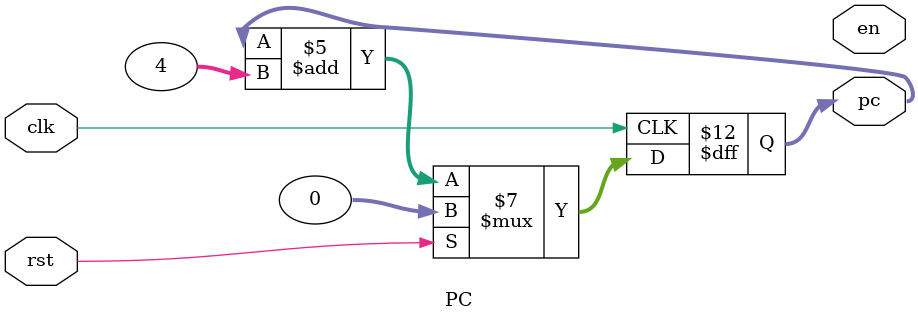
<source format=v>
module PC(
    input clk,
    input rst,
    output reg en,
    output reg[31:0] pc
    );
    reg [31:0] pc;
    always @(posedge clk)begin
        if(rst == 1'b1)begin
            ce <= 1'b0;
        end
        else begin
            ce <= 1'b1;
        end
    end
    always @(posedge clk)begin
        if(rst == 1'b1)begin
            pc <= 32'h00000000; 
            //en <= 1'b0;
            //这里再次将复位切开，我是不太明白
        end
        else begin
            pc <= pc + 32'h4;
            //en <= 1'b1;
        end
    end
endmodule

</source>
